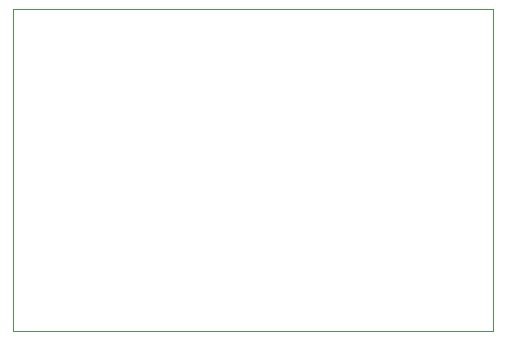
<source format=gm1>
G04 #@! TF.FileFunction,Profile,NP*
%FSLAX46Y46*%
G04 Gerber Fmt 4.6, Leading zero omitted, Abs format (unit mm)*
G04 Created by KiCad (PCBNEW 4.0.6) date Monday, December 04, 2017 'PMt' 08:22:42 PM*
%MOMM*%
%LPD*%
G01*
G04 APERTURE LIST*
%ADD10C,0.100000*%
G04 APERTURE END LIST*
D10*
X146050000Y-136525000D02*
X146050000Y-109220000D01*
X149860000Y-136525000D02*
X146050000Y-136525000D01*
X186690000Y-136525000D02*
X149860000Y-136525000D01*
X186690000Y-109220000D02*
X186690000Y-136525000D01*
X146050000Y-109220000D02*
X186690000Y-109220000D01*
M02*

</source>
